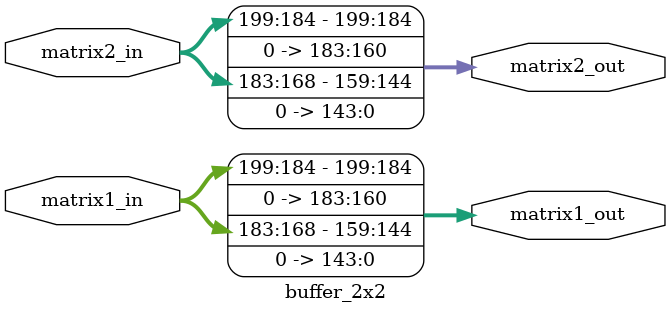
<source format=v>
module buffer_2x2(
	input [199:0] matrix1_in, matrix2_in, //Matrizes vindo sem organização
	output [199:0] matrix1_out, matrix2_out //Matrizes organizadas com base no tamanho
);
	
	//Organizando a matriz 1
	assign matrix1_out[199:184] = matrix1_in[199:184];
	assign matrix1_out[159:144] = matrix1_in[183:168];
	
	assign matrix1_out[183:160] = 0;
	assign matrix1_out[143:0] = 0;

	
	//Organizando a matriz 2
	assign matrix2_out[199:184] = matrix2_in[199:184];
	assign matrix2_out[159:144] = matrix2_in[183:168];
	
	assign matrix2_out[183:160] = 0;
	assign matrix2_out[143:0] = 0;
	
endmodule
</source>
